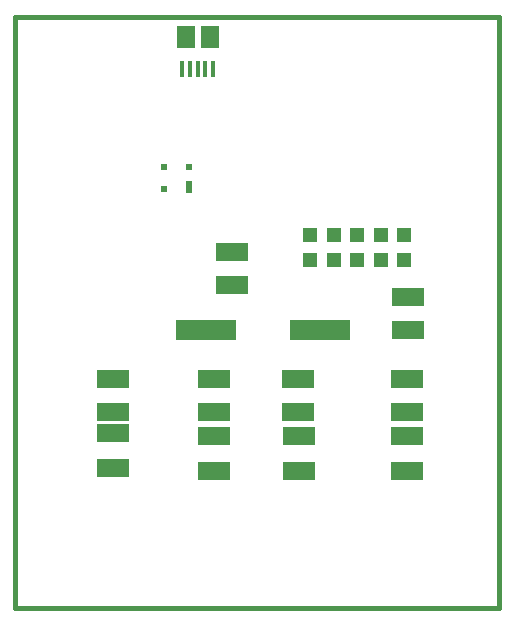
<source format=gtp>
G75*
%MOIN*%
%OFA0B0*%
%FSLAX24Y24*%
%IPPOS*%
%LPD*%
%AMOC8*
5,1,8,0,0,1.08239X$1,22.5*
%
%ADD10C,0.0160*%
%ADD11R,0.1063X0.0591*%
%ADD12R,0.1063X0.0630*%
%ADD13R,0.0472X0.0472*%
%ADD14R,0.0236X0.0394*%
%ADD15R,0.0236X0.0236*%
%ADD16R,0.2000X0.0700*%
%ADD17R,0.0157X0.0531*%
%ADD18R,0.0591X0.0748*%
D10*
X002254Y004003D02*
X018396Y004003D01*
X018396Y023688D01*
X002254Y023688D01*
X002254Y004003D01*
D11*
X005522Y008668D03*
X005522Y009830D03*
X008907Y009712D03*
X008907Y008550D03*
X011742Y008550D03*
X011742Y009712D03*
X015325Y009712D03*
X015325Y008550D03*
D12*
X015325Y010538D03*
X015325Y011641D03*
X015364Y013255D03*
X015364Y014357D03*
X011703Y011641D03*
X011703Y010538D03*
X008907Y010538D03*
X008907Y011641D03*
X009498Y014751D03*
X009498Y015853D03*
X005522Y011641D03*
X005522Y010538D03*
D13*
X012096Y015597D03*
X012096Y016424D03*
X012884Y016424D03*
X012884Y015597D03*
X013671Y015597D03*
X013671Y016424D03*
X014459Y016424D03*
X014459Y015597D03*
X015246Y015597D03*
X015246Y016424D03*
D14*
X008061Y018038D03*
D15*
X008061Y018708D03*
X007234Y018708D03*
X007234Y017960D03*
D16*
X008622Y013255D03*
X012422Y013255D03*
D17*
X008868Y021966D03*
X008612Y021966D03*
X008356Y021966D03*
X008100Y021966D03*
X007844Y021966D03*
D18*
X007962Y023015D03*
X008750Y023019D03*
M02*

</source>
